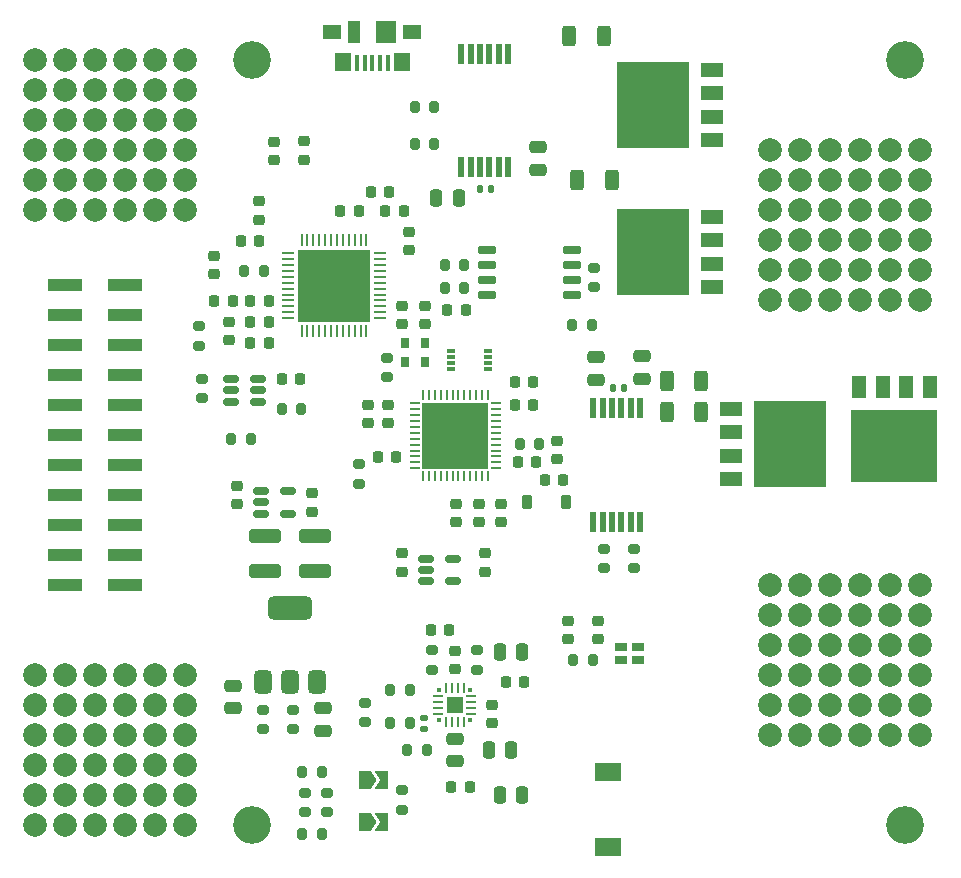
<source format=gbr>
%TF.GenerationSoftware,KiCad,Pcbnew,7.0.10-7.0.10~ubuntu22.04.1*%
%TF.CreationDate,2024-07-15T15:34:11-04:00*%
%TF.ProjectId,IcePSMNR55,49636550-534d-44e5-9235-352e6b696361,rev?*%
%TF.SameCoordinates,Original*%
%TF.FileFunction,Soldermask,Top*%
%TF.FilePolarity,Negative*%
%FSLAX46Y46*%
G04 Gerber Fmt 4.6, Leading zero omitted, Abs format (unit mm)*
G04 Created by KiCad (PCBNEW 7.0.10-7.0.10~ubuntu22.04.1) date 2024-07-15 15:34:11*
%MOMM*%
%LPD*%
G01*
G04 APERTURE LIST*
G04 Aperture macros list*
%AMRoundRect*
0 Rectangle with rounded corners*
0 $1 Rounding radius*
0 $2 $3 $4 $5 $6 $7 $8 $9 X,Y pos of 4 corners*
0 Add a 4 corners polygon primitive as box body*
4,1,4,$2,$3,$4,$5,$6,$7,$8,$9,$2,$3,0*
0 Add four circle primitives for the rounded corners*
1,1,$1+$1,$2,$3*
1,1,$1+$1,$4,$5*
1,1,$1+$1,$6,$7*
1,1,$1+$1,$8,$9*
0 Add four rect primitives between the rounded corners*
20,1,$1+$1,$2,$3,$4,$5,0*
20,1,$1+$1,$4,$5,$6,$7,0*
20,1,$1+$1,$6,$7,$8,$9,0*
20,1,$1+$1,$8,$9,$2,$3,0*%
%AMFreePoly0*
4,1,6,1.000000,0.000000,0.500000,-0.750000,-0.500000,-0.750000,-0.500000,0.750000,0.500000,0.750000,1.000000,0.000000,1.000000,0.000000,$1*%
%AMFreePoly1*
4,1,6,0.500000,-0.750000,-0.650000,-0.750000,-0.150000,0.000000,-0.650000,0.750000,0.500000,0.750000,0.500000,-0.750000,0.500000,-0.750000,$1*%
G04 Aperture macros list end*
%ADD10RoundRect,0.200000X-0.200000X-0.275000X0.200000X-0.275000X0.200000X0.275000X-0.200000X0.275000X0*%
%ADD11RoundRect,0.062500X-0.375000X-0.062500X0.375000X-0.062500X0.375000X0.062500X-0.375000X0.062500X0*%
%ADD12RoundRect,0.062500X-0.062500X-0.375000X0.062500X-0.375000X0.062500X0.375000X-0.062500X0.375000X0*%
%ADD13R,5.600000X5.600000*%
%ADD14RoundRect,0.225000X-0.250000X0.225000X-0.250000X-0.225000X0.250000X-0.225000X0.250000X0.225000X0*%
%ADD15RoundRect,0.200000X0.200000X0.275000X-0.200000X0.275000X-0.200000X-0.275000X0.200000X-0.275000X0*%
%ADD16C,2.004000*%
%ADD17RoundRect,0.250000X-0.475000X0.250000X-0.475000X-0.250000X0.475000X-0.250000X0.475000X0.250000X0*%
%ADD18RoundRect,0.225000X0.250000X-0.225000X0.250000X0.225000X-0.250000X0.225000X-0.250000X-0.225000X0*%
%ADD19RoundRect,0.150000X-0.512500X-0.150000X0.512500X-0.150000X0.512500X0.150000X-0.512500X0.150000X0*%
%ADD20RoundRect,0.218750X-0.218750X-0.256250X0.218750X-0.256250X0.218750X0.256250X-0.218750X0.256250X0*%
%ADD21R,3.000000X1.000000*%
%ADD22RoundRect,0.250000X1.100000X-0.325000X1.100000X0.325000X-1.100000X0.325000X-1.100000X-0.325000X0*%
%ADD23RoundRect,0.250000X-0.312500X-0.625000X0.312500X-0.625000X0.312500X0.625000X-0.312500X0.625000X0*%
%ADD24RoundRect,0.200000X0.275000X-0.200000X0.275000X0.200000X-0.275000X0.200000X-0.275000X-0.200000X0*%
%ADD25RoundRect,0.218750X0.256250X-0.218750X0.256250X0.218750X-0.256250X0.218750X-0.256250X-0.218750X0*%
%ADD26RoundRect,0.140000X0.170000X-0.140000X0.170000X0.140000X-0.170000X0.140000X-0.170000X-0.140000X0*%
%ADD27RoundRect,0.250000X0.475000X-0.250000X0.475000X0.250000X-0.475000X0.250000X-0.475000X-0.250000X0*%
%ADD28RoundRect,0.225000X-0.225000X-0.250000X0.225000X-0.250000X0.225000X0.250000X-0.225000X0.250000X0*%
%ADD29R,0.800000X0.300000*%
%ADD30C,3.200000*%
%ADD31RoundRect,0.250000X-0.250000X-0.475000X0.250000X-0.475000X0.250000X0.475000X-0.250000X0.475000X0*%
%ADD32RoundRect,0.062500X-0.412500X-0.062500X0.412500X-0.062500X0.412500X0.062500X-0.412500X0.062500X0*%
%ADD33RoundRect,0.062500X-0.062500X-0.412500X0.062500X-0.412500X0.062500X0.412500X-0.062500X0.412500X0*%
%ADD34R,6.200000X6.200000*%
%ADD35FreePoly0,0.000000*%
%ADD36FreePoly1,0.000000*%
%ADD37R,1.000000X0.800000*%
%ADD38RoundRect,0.225000X0.225000X0.250000X-0.225000X0.250000X-0.225000X-0.250000X0.225000X-0.250000X0*%
%ADD39R,1.143000X1.828800*%
%ADD40R,7.391400X6.121400*%
%ADD41R,0.600000X1.750000*%
%ADD42RoundRect,0.200000X-0.275000X0.200000X-0.275000X-0.200000X0.275000X-0.200000X0.275000X0.200000X0*%
%ADD43R,1.828800X1.143000*%
%ADD44R,6.121400X7.391400*%
%ADD45RoundRect,0.140000X-0.140000X-0.170000X0.140000X-0.170000X0.140000X0.170000X-0.140000X0.170000X0*%
%ADD46RoundRect,0.225000X-0.225000X-0.375000X0.225000X-0.375000X0.225000X0.375000X-0.225000X0.375000X0*%
%ADD47RoundRect,0.057150X0.349250X-0.057150X0.349250X0.057150X-0.349250X0.057150X-0.349250X-0.057150X0*%
%ADD48R,0.812800X0.228600*%
%ADD49RoundRect,0.057150X-0.057150X-0.349250X0.057150X-0.349250X0.057150X0.349250X-0.057150X0.349250X0*%
%ADD50R,0.228600X0.812800*%
%ADD51R,1.422400X1.422400*%
%ADD52R,0.381000X0.381000*%
%ADD53RoundRect,0.150000X0.650000X0.150000X-0.650000X0.150000X-0.650000X-0.150000X0.650000X-0.150000X0*%
%ADD54RoundRect,0.140000X0.140000X0.170000X-0.140000X0.170000X-0.140000X-0.170000X0.140000X-0.170000X0*%
%ADD55R,0.650000X0.850000*%
%ADD56R,0.450000X1.380000*%
%ADD57R,1.650000X1.300000*%
%ADD58R,1.425000X1.550000*%
%ADD59R,1.800000X1.900000*%
%ADD60R,1.000000X1.900000*%
%ADD61R,2.286000X1.624000*%
%ADD62RoundRect,0.375000X0.375000X-0.625000X0.375000X0.625000X-0.375000X0.625000X-0.375000X-0.625000X0*%
%ADD63RoundRect,0.500000X1.400000X-0.500000X1.400000X0.500000X-1.400000X0.500000X-1.400000X-0.500000X0*%
G04 APERTURE END LIST*
D10*
%TO.C,R9*%
X56012500Y-70200000D03*
X57662500Y-70200000D03*
%TD*%
D11*
%TO.C,U1*%
X71557500Y-67165000D03*
X71557500Y-67665000D03*
X71557500Y-68165000D03*
X71557500Y-68665000D03*
X71557500Y-69165000D03*
X71557500Y-69665000D03*
X71557500Y-70165000D03*
X71557500Y-70665000D03*
X71557500Y-71165000D03*
X71557500Y-71665000D03*
X71557500Y-72165000D03*
X71557500Y-72665000D03*
D12*
X72245000Y-73352500D03*
X72745000Y-73352500D03*
X73245000Y-73352500D03*
X73745000Y-73352500D03*
X74245000Y-73352500D03*
X74745000Y-73352500D03*
X75245000Y-73352500D03*
X75745000Y-73352500D03*
X76245000Y-73352500D03*
X76745000Y-73352500D03*
X77245000Y-73352500D03*
X77745000Y-73352500D03*
D11*
X78432500Y-72665000D03*
X78432500Y-72165000D03*
X78432500Y-71665000D03*
X78432500Y-71165000D03*
X78432500Y-70665000D03*
X78432500Y-70165000D03*
X78432500Y-69665000D03*
X78432500Y-69165000D03*
X78432500Y-68665000D03*
X78432500Y-68165000D03*
X78432500Y-67665000D03*
X78432500Y-67165000D03*
D12*
X77745000Y-66477500D03*
X77245000Y-66477500D03*
X76745000Y-66477500D03*
X76245000Y-66477500D03*
X75745000Y-66477500D03*
X75245000Y-66477500D03*
X74745000Y-66477500D03*
X74245000Y-66477500D03*
X73745000Y-66477500D03*
X73245000Y-66477500D03*
X72745000Y-66477500D03*
X72245000Y-66477500D03*
D13*
X74995000Y-69915000D03*
%TD*%
D14*
%TO.C,C4*%
X75057000Y-75666000D03*
X75057000Y-77216000D03*
%TD*%
D15*
%TO.C,R6*%
X58770000Y-55940000D03*
X57120000Y-55940000D03*
%TD*%
D16*
%TO.C,M4*%
X101600000Y-45720000D03*
X104140000Y-45720000D03*
X106680000Y-45720000D03*
X109220000Y-45720000D03*
X111760000Y-45720000D03*
X114300000Y-45720000D03*
X114300000Y-48260000D03*
X111760000Y-48260000D03*
X109220000Y-48260000D03*
X106680000Y-48260000D03*
X104140000Y-48260000D03*
X101600000Y-48260000D03*
X101600000Y-50800000D03*
X104140000Y-50800000D03*
X106680000Y-50800000D03*
X109220000Y-50800000D03*
X111760000Y-50800000D03*
X114300000Y-50800000D03*
X114300000Y-53340000D03*
X111760000Y-53340000D03*
X109220000Y-53340000D03*
X106680000Y-53340000D03*
X104140000Y-53340000D03*
X101600000Y-53340000D03*
X101600000Y-55880000D03*
X104140000Y-55880000D03*
X106680000Y-55880000D03*
X109220000Y-55880000D03*
X111760000Y-55880000D03*
X114300000Y-55880000D03*
X114300000Y-58420000D03*
X111760000Y-58420000D03*
X109220000Y-58420000D03*
X106680000Y-58420000D03*
X104140000Y-58420000D03*
X101600000Y-58420000D03*
%TD*%
D17*
%TO.C,C21*%
X86893900Y-63277500D03*
X86893900Y-65177500D03*
%TD*%
D15*
%TO.C,R27*%
X71105000Y-94240000D03*
X69455000Y-94240000D03*
%TD*%
D18*
%TO.C,C34*%
X70485000Y-81420000D03*
X70485000Y-79870000D03*
%TD*%
D19*
%TO.C,U7*%
X72522500Y-80330000D03*
X72522500Y-81280000D03*
X72522500Y-82230000D03*
X74797500Y-82230000D03*
X74797500Y-80330000D03*
%TD*%
D20*
%TO.C,FB2*%
X54580000Y-58480000D03*
X56155000Y-58480000D03*
%TD*%
D21*
%TO.C,J2*%
X46990000Y-57150000D03*
X41950000Y-57150000D03*
X46990000Y-59690000D03*
X41950000Y-59690000D03*
X46990000Y-62230000D03*
X41950000Y-62230000D03*
X46990000Y-64770000D03*
X41950000Y-64770000D03*
X46990000Y-67310000D03*
X41950000Y-67310000D03*
X46990000Y-69850000D03*
X41950000Y-69850000D03*
X46990000Y-72390000D03*
X41950000Y-72390000D03*
X46990000Y-74930000D03*
X41950000Y-74930000D03*
X46990000Y-77470000D03*
X41950000Y-77470000D03*
X46990000Y-80010000D03*
X41950000Y-80010000D03*
X46990000Y-82550000D03*
X41950000Y-82550000D03*
%TD*%
D10*
%TO.C,R16*%
X84976200Y-88900000D03*
X86626200Y-88900000D03*
%TD*%
D22*
%TO.C,C37*%
X58885000Y-81355000D03*
X58885000Y-78405000D03*
%TD*%
D23*
%TO.C,R10*%
X92898500Y-65278000D03*
X95823500Y-65278000D03*
%TD*%
D24*
%TO.C,R12*%
X53502500Y-66740000D03*
X53502500Y-65090000D03*
%TD*%
D18*
%TO.C,C8*%
X71090000Y-54175000D03*
X71090000Y-52625000D03*
%TD*%
D25*
%TO.C,FB1*%
X58390000Y-51647500D03*
X58390000Y-50072500D03*
%TD*%
D26*
%TO.C,C47*%
X72290000Y-94760000D03*
X72290000Y-93800000D03*
%TD*%
D27*
%TO.C,C29*%
X90805000Y-65085000D03*
X90805000Y-63185000D03*
%TD*%
D28*
%TO.C,C46*%
X74650000Y-99695000D03*
X76200000Y-99695000D03*
%TD*%
D14*
%TO.C,C31*%
X62865000Y-74790000D03*
X62865000Y-76340000D03*
%TD*%
D15*
%TO.C,R24*%
X72580000Y-96520000D03*
X70930000Y-96520000D03*
%TD*%
D29*
%TO.C,U4*%
X74650000Y-62750000D03*
X74650000Y-63250000D03*
X74650000Y-63750000D03*
X74650000Y-64250000D03*
X77750000Y-64250000D03*
X77750000Y-63750000D03*
X77750000Y-63250000D03*
X77750000Y-62750000D03*
%TD*%
D30*
%TO.C,H1*%
X57785000Y-102870000D03*
%TD*%
D27*
%TO.C,C40*%
X56120000Y-93000000D03*
X56120000Y-91100000D03*
%TD*%
D31*
%TO.C,C41*%
X78740000Y-88265000D03*
X80640000Y-88265000D03*
%TD*%
D28*
%TO.C,C7*%
X67805000Y-49276000D03*
X69355000Y-49276000D03*
%TD*%
D32*
%TO.C,U2*%
X60835000Y-54460000D03*
X60835000Y-54960000D03*
X60835000Y-55460000D03*
X60835000Y-55960000D03*
X60835000Y-56460000D03*
X60835000Y-56960000D03*
X60835000Y-57460000D03*
X60835000Y-57960000D03*
X60835000Y-58460000D03*
X60835000Y-58960000D03*
X60835000Y-59460000D03*
X60835000Y-59960000D03*
D33*
X61960000Y-61085000D03*
X62460000Y-61085000D03*
X62960000Y-61085000D03*
X63460000Y-61085000D03*
X63960000Y-61085000D03*
X64460000Y-61085000D03*
X64960000Y-61085000D03*
X65460000Y-61085000D03*
X65960000Y-61085000D03*
X66460000Y-61085000D03*
X66960000Y-61085000D03*
X67460000Y-61085000D03*
D32*
X68585000Y-59960000D03*
X68585000Y-59460000D03*
X68585000Y-58960000D03*
X68585000Y-58460000D03*
X68585000Y-57960000D03*
X68585000Y-57460000D03*
X68585000Y-56960000D03*
X68585000Y-56460000D03*
X68585000Y-55960000D03*
X68585000Y-55460000D03*
X68585000Y-54960000D03*
X68585000Y-54460000D03*
D33*
X67460000Y-53335000D03*
X66960000Y-53335000D03*
X66460000Y-53335000D03*
X65960000Y-53335000D03*
X65460000Y-53335000D03*
X64960000Y-53335000D03*
X64460000Y-53335000D03*
X63960000Y-53335000D03*
X63460000Y-53335000D03*
X62960000Y-53335000D03*
X62460000Y-53335000D03*
X61960000Y-53335000D03*
D34*
X64710000Y-57210000D03*
%TD*%
D18*
%TO.C,C51*%
X74930000Y-89675000D03*
X74930000Y-88125000D03*
%TD*%
D35*
%TO.C,R33*%
X67310000Y-102610000D03*
D36*
X68760000Y-102610000D03*
%TD*%
D10*
%TO.C,R26*%
X84900000Y-60579000D03*
X86550000Y-60579000D03*
%TD*%
D19*
%TO.C,U6*%
X58552500Y-74615000D03*
X58552500Y-75565000D03*
X58552500Y-76515000D03*
X60827500Y-76515000D03*
X60827500Y-74615000D03*
%TD*%
D24*
%TO.C,R13*%
X90068900Y-81117500D03*
X90068900Y-79467500D03*
%TD*%
%TO.C,R7*%
X53310000Y-62290000D03*
X53310000Y-60640000D03*
%TD*%
D37*
%TO.C,D2*%
X88976200Y-87800000D03*
X90476200Y-87800000D03*
X90476200Y-88900000D03*
X88976200Y-88900000D03*
%TD*%
D31*
%TO.C,C44*%
X77790000Y-96520000D03*
X79690000Y-96520000D03*
%TD*%
D15*
%TO.C,R21*%
X75755000Y-55499000D03*
X74105000Y-55499000D03*
%TD*%
D38*
%TO.C,C18*%
X66785000Y-50860000D03*
X65235000Y-50860000D03*
%TD*%
D18*
%TO.C,C15*%
X69240400Y-68847000D03*
X69240400Y-67297000D03*
%TD*%
%TO.C,C35*%
X87071200Y-87135000D03*
X87071200Y-85585000D03*
%TD*%
D24*
%TO.C,R35*%
X64135000Y-101790000D03*
X64135000Y-100140000D03*
%TD*%
D39*
%TO.C,Q3*%
X115156998Y-65811400D03*
X113156997Y-65811400D03*
X111156998Y-65811400D03*
X109156997Y-65811400D03*
D40*
X112156999Y-70802500D03*
%TD*%
D15*
%TO.C,R23*%
X71120000Y-91440000D03*
X69470000Y-91440000D03*
%TD*%
D41*
%TO.C,IC2*%
X86646000Y-77190000D03*
X87446000Y-77190000D03*
X88246000Y-77190000D03*
X89046000Y-77190000D03*
X89846000Y-77190000D03*
X90646000Y-77190000D03*
X90646000Y-67590000D03*
X89846000Y-67590000D03*
X89046000Y-67590000D03*
X88246000Y-67590000D03*
X87446000Y-67590000D03*
X86646000Y-67590000D03*
%TD*%
D42*
%TO.C,R19*%
X58660000Y-93130000D03*
X58660000Y-94780000D03*
%TD*%
D18*
%TO.C,C43*%
X78105000Y-94260000D03*
X78105000Y-92710000D03*
%TD*%
D42*
%TO.C,R29*%
X67310000Y-92520000D03*
X67310000Y-94170000D03*
%TD*%
D43*
%TO.C,Q1*%
X96685100Y-57355999D03*
X96685100Y-55355998D03*
X96685100Y-53355999D03*
X96685100Y-51355998D03*
D44*
X91694000Y-54356000D03*
%TD*%
D45*
%TO.C,C22*%
X88318900Y-65878500D03*
X89278900Y-65878500D03*
%TD*%
D25*
%TO.C,FB3*%
X62200000Y-46567500D03*
X62200000Y-44992500D03*
%TD*%
D46*
%TO.C,D1*%
X81030000Y-75565000D03*
X84330000Y-75565000D03*
%TD*%
D17*
%TO.C,C13*%
X81985000Y-45507200D03*
X81985000Y-47407200D03*
%TD*%
D38*
%TO.C,C49*%
X75845000Y-59309000D03*
X74295000Y-59309000D03*
%TD*%
D28*
%TO.C,C42*%
X79235000Y-90805000D03*
X80785000Y-90805000D03*
%TD*%
D16*
%TO.C,M3*%
X101600000Y-82550000D03*
X104140000Y-82550000D03*
X106680000Y-82550000D03*
X109220000Y-82550000D03*
X111760000Y-82550000D03*
X114300000Y-82550000D03*
X114300000Y-85090000D03*
X111760000Y-85090000D03*
X109220000Y-85090000D03*
X106680000Y-85090000D03*
X104140000Y-85090000D03*
X101600000Y-85090000D03*
X101600000Y-87630000D03*
X104140000Y-87630000D03*
X106680000Y-87630000D03*
X109220000Y-87630000D03*
X111760000Y-87630000D03*
X114300000Y-87630000D03*
X114300000Y-90170000D03*
X111760000Y-90170000D03*
X109220000Y-90170000D03*
X106680000Y-90170000D03*
X104140000Y-90170000D03*
X101600000Y-90170000D03*
X101600000Y-92710000D03*
X104140000Y-92710000D03*
X106680000Y-92710000D03*
X109220000Y-92710000D03*
X111760000Y-92710000D03*
X114300000Y-92710000D03*
X114300000Y-95250000D03*
X111760000Y-95250000D03*
X109220000Y-95250000D03*
X106680000Y-95250000D03*
X104140000Y-95250000D03*
X101600000Y-95250000D03*
%TD*%
D38*
%TO.C,C10*%
X59165000Y-62036000D03*
X57615000Y-62036000D03*
%TD*%
D28*
%TO.C,C23*%
X60317500Y-65120000D03*
X61867500Y-65120000D03*
%TD*%
D18*
%TO.C,C16*%
X67564000Y-68847000D03*
X67564000Y-67297000D03*
%TD*%
D10*
%TO.C,R8*%
X60267500Y-67660000D03*
X61917500Y-67660000D03*
%TD*%
D24*
%TO.C,R28*%
X73025000Y-89725000D03*
X73025000Y-88075000D03*
%TD*%
D43*
%TO.C,Q4*%
X98323400Y-67612001D03*
X98323400Y-69612002D03*
X98323400Y-71612001D03*
X98323400Y-73612002D03*
D44*
X103314500Y-70612000D03*
%TD*%
D35*
%TO.C,R32*%
X67310000Y-99060000D03*
D36*
X68760000Y-99060000D03*
%TD*%
D24*
%TO.C,R34*%
X62230000Y-101790000D03*
X62230000Y-100140000D03*
%TD*%
%TO.C,R11*%
X87528900Y-81117500D03*
X87528900Y-79467500D03*
%TD*%
D43*
%TO.C,Q2*%
X96685100Y-44909999D03*
X96685100Y-42909998D03*
X96685100Y-40909999D03*
X96685100Y-38909998D03*
D44*
X91694000Y-41910000D03*
%TD*%
D38*
%TO.C,C27*%
X84090000Y-73660000D03*
X82540000Y-73660000D03*
%TD*%
D10*
%TO.C,R31*%
X62040000Y-98425000D03*
X63690000Y-98425000D03*
%TD*%
D30*
%TO.C,H2*%
X57785000Y-38100000D03*
%TD*%
D24*
%TO.C,R22*%
X86741000Y-57352200D03*
X86741000Y-55702200D03*
%TD*%
D28*
%TO.C,C19*%
X69045000Y-50860000D03*
X70595000Y-50860000D03*
%TD*%
D14*
%TO.C,C3*%
X76962000Y-75666000D03*
X76962000Y-77216000D03*
%TD*%
D18*
%TO.C,C36*%
X70485000Y-60465000D03*
X70485000Y-58915000D03*
%TD*%
D47*
%TO.C,U9*%
X73531600Y-91959999D03*
D48*
X73531600Y-92460000D03*
X73531600Y-92960000D03*
D47*
X73531600Y-93460001D03*
D49*
X74179999Y-94108400D03*
D50*
X74680000Y-94108400D03*
X75180000Y-94108400D03*
D49*
X75680001Y-94108400D03*
D47*
X76328400Y-93460001D03*
D48*
X76328400Y-92960000D03*
X76328400Y-92460000D03*
D47*
X76328400Y-91959999D03*
D49*
X75680001Y-91311600D03*
D50*
X75180000Y-91311600D03*
X74680000Y-91311600D03*
D49*
X74179999Y-91311600D03*
D51*
X74930000Y-92710000D03*
D52*
X73621900Y-91401900D03*
X76238100Y-91401900D03*
X73621900Y-94018100D03*
X76238100Y-94018100D03*
%TD*%
D14*
%TO.C,C2*%
X54580000Y-54670000D03*
X54580000Y-56220000D03*
%TD*%
D30*
%TO.C,H4*%
X113030000Y-102870000D03*
%TD*%
D53*
%TO.C,U10*%
X84880000Y-58039000D03*
X84880000Y-56769000D03*
X84880000Y-55499000D03*
X84880000Y-54229000D03*
X77680000Y-54229000D03*
X77680000Y-55499000D03*
X77680000Y-56769000D03*
X77680000Y-58039000D03*
%TD*%
D25*
%TO.C,D3*%
X84531200Y-87147500D03*
X84531200Y-85572500D03*
%TD*%
D42*
%TO.C,R18*%
X61200000Y-93130000D03*
X61200000Y-94780000D03*
%TD*%
D54*
%TO.C,C14*%
X78020000Y-48997200D03*
X77060000Y-48997200D03*
%TD*%
D17*
%TO.C,C39*%
X63740000Y-93005000D03*
X63740000Y-94905000D03*
%TD*%
D14*
%TO.C,C28*%
X78867000Y-75666000D03*
X78867000Y-77216000D03*
%TD*%
D38*
%TO.C,C9*%
X59165000Y-60258000D03*
X57615000Y-60258000D03*
%TD*%
D10*
%TO.C,R36*%
X62040000Y-103639000D03*
X63690000Y-103639000D03*
%TD*%
D31*
%TO.C,C48*%
X78740000Y-100330000D03*
X80640000Y-100330000D03*
%TD*%
D55*
%TO.C,U5*%
X70740000Y-63640000D03*
X72390000Y-63640000D03*
X72390000Y-62090000D03*
X70740000Y-62090000D03*
%TD*%
D18*
%TO.C,C33*%
X56515000Y-75705000D03*
X56515000Y-74155000D03*
%TD*%
D38*
%TO.C,C1*%
X58390000Y-53400000D03*
X56840000Y-53400000D03*
%TD*%
D18*
%TO.C,C30*%
X72390000Y-60465000D03*
X72390000Y-58915000D03*
%TD*%
D10*
%TO.C,R3*%
X71526400Y-42062400D03*
X73176400Y-42062400D03*
%TD*%
%TO.C,R4*%
X71526400Y-45237400D03*
X73176400Y-45237400D03*
%TD*%
D38*
%TO.C,C26*%
X69993000Y-71745000D03*
X68443000Y-71745000D03*
%TD*%
D18*
%TO.C,C32*%
X77470000Y-81420000D03*
X77470000Y-79870000D03*
%TD*%
D38*
%TO.C,C11*%
X59165000Y-58480000D03*
X57615000Y-58480000D03*
%TD*%
D56*
%TO.C,J1*%
X69245000Y-38356600D03*
X68595000Y-38356600D03*
X67945000Y-38356600D03*
X67295000Y-38356600D03*
X66645000Y-38356600D03*
D57*
X71320000Y-35696600D03*
D58*
X70432500Y-38271600D03*
D59*
X69095000Y-35696600D03*
D60*
X66395000Y-35696600D03*
D58*
X65457500Y-38271600D03*
D57*
X64570000Y-35696600D03*
%TD*%
D41*
%TO.C,IC1*%
X79470000Y-37567200D03*
X78670000Y-37567200D03*
X77870000Y-37567200D03*
X77070000Y-37567200D03*
X76270000Y-37567200D03*
X75470000Y-37567200D03*
X75470000Y-47167200D03*
X76270000Y-47167200D03*
X77070000Y-47167200D03*
X77870000Y-47167200D03*
X78670000Y-47167200D03*
X79470000Y-47167200D03*
%TD*%
D14*
%TO.C,C25*%
X83566000Y-70345000D03*
X83566000Y-71895000D03*
%TD*%
D28*
%TO.C,C6*%
X80000000Y-65405000D03*
X81550000Y-65405000D03*
%TD*%
D23*
%TO.C,R2*%
X85303900Y-48285400D03*
X88228900Y-48285400D03*
%TD*%
D28*
%TO.C,C24*%
X80251000Y-72136000D03*
X81801000Y-72136000D03*
%TD*%
D19*
%TO.C,U3*%
X56012500Y-65120000D03*
X56012500Y-66070000D03*
X56012500Y-67020000D03*
X58287500Y-67020000D03*
X58287500Y-66070000D03*
X58287500Y-65120000D03*
%TD*%
D24*
%TO.C,R1*%
X66805000Y-73980000D03*
X66805000Y-72330000D03*
%TD*%
D15*
%TO.C,R14*%
X82105000Y-70612000D03*
X80455000Y-70612000D03*
%TD*%
D14*
%TO.C,C12*%
X55850000Y-60245000D03*
X55850000Y-61795000D03*
%TD*%
D28*
%TO.C,C50*%
X72885000Y-86360000D03*
X74435000Y-86360000D03*
%TD*%
D16*
%TO.C,M1*%
X39370000Y-38100000D03*
X41910000Y-38100000D03*
X44450000Y-38100000D03*
X46990000Y-38100000D03*
X49530000Y-38100000D03*
X52070000Y-38100000D03*
X52070000Y-40640000D03*
X49530000Y-40640000D03*
X46990000Y-40640000D03*
X44450000Y-40640000D03*
X41910000Y-40640000D03*
X39370000Y-40640000D03*
X39370000Y-43180000D03*
X41910000Y-43180000D03*
X44450000Y-43180000D03*
X46990000Y-43180000D03*
X49530000Y-43180000D03*
X52070000Y-43180000D03*
X52070000Y-45720000D03*
X49530000Y-45720000D03*
X46990000Y-45720000D03*
X44450000Y-45720000D03*
X41910000Y-45720000D03*
X39370000Y-45720000D03*
X39370000Y-48260000D03*
X41910000Y-48260000D03*
X44450000Y-48260000D03*
X46990000Y-48260000D03*
X49530000Y-48260000D03*
X52070000Y-48260000D03*
X52070000Y-50800000D03*
X49530000Y-50800000D03*
X46990000Y-50800000D03*
X44450000Y-50800000D03*
X41910000Y-50800000D03*
X39370000Y-50800000D03*
%TD*%
D30*
%TO.C,H3*%
X113030000Y-38100000D03*
%TD*%
D23*
%TO.C,R5*%
X84643500Y-36068000D03*
X87568500Y-36068000D03*
%TD*%
D17*
%TO.C,C45*%
X74930000Y-95570000D03*
X74930000Y-97470000D03*
%TD*%
D28*
%TO.C,C5*%
X80000000Y-67310000D03*
X81550000Y-67310000D03*
%TD*%
D24*
%TO.C,R17*%
X69215000Y-64960000D03*
X69215000Y-63310000D03*
%TD*%
D42*
%TO.C,R30*%
X70485000Y-99950000D03*
X70485000Y-101600000D03*
%TD*%
D15*
%TO.C,R25*%
X75755000Y-57404000D03*
X74105000Y-57404000D03*
%TD*%
D61*
%TO.C,L1*%
X87884000Y-98425000D03*
X87884000Y-104775000D03*
%TD*%
D18*
%TO.C,C17*%
X59660000Y-46555000D03*
X59660000Y-45005000D03*
%TD*%
D62*
%TO.C,U8*%
X58660000Y-90780000D03*
X60960000Y-90780000D03*
D63*
X60960000Y-84480000D03*
D62*
X63260000Y-90780000D03*
%TD*%
D42*
%TO.C,R20*%
X76835000Y-88075000D03*
X76835000Y-89725000D03*
%TD*%
D23*
%TO.C,R15*%
X92898500Y-67945000D03*
X95823500Y-67945000D03*
%TD*%
D22*
%TO.C,C38*%
X63135000Y-81355000D03*
X63135000Y-78405000D03*
%TD*%
D16*
%TO.C,M2*%
X39390000Y-90170000D03*
X41930000Y-90170000D03*
X44470000Y-90170000D03*
X47010000Y-90170000D03*
X49550000Y-90170000D03*
X52090000Y-90170000D03*
X52090000Y-92710000D03*
X49550000Y-92710000D03*
X47010000Y-92710000D03*
X44470000Y-92710000D03*
X41930000Y-92710000D03*
X39390000Y-92710000D03*
X39390000Y-95250000D03*
X41930000Y-95250000D03*
X44470000Y-95250000D03*
X47010000Y-95250000D03*
X49550000Y-95250000D03*
X52090000Y-95250000D03*
X52090000Y-97790000D03*
X49550000Y-97790000D03*
X47010000Y-97790000D03*
X44470000Y-97790000D03*
X41930000Y-97790000D03*
X39390000Y-97790000D03*
X39390000Y-100330000D03*
X41930000Y-100330000D03*
X44470000Y-100330000D03*
X47010000Y-100330000D03*
X49550000Y-100330000D03*
X52090000Y-100330000D03*
X52090000Y-102870000D03*
X49550000Y-102870000D03*
X47010000Y-102870000D03*
X44470000Y-102870000D03*
X41930000Y-102870000D03*
X39390000Y-102870000D03*
%TD*%
D31*
%TO.C,C20*%
X73370400Y-49784000D03*
X75270400Y-49784000D03*
%TD*%
M02*

</source>
